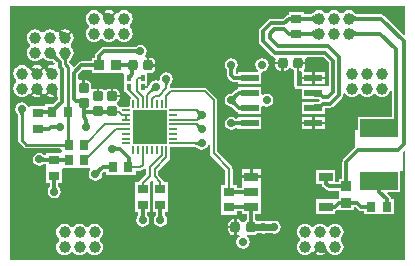
<source format=gtl>
G04*
G04 #@! TF.GenerationSoftware,Altium Limited,Altium Designer,20.1.8 (145)*
G04*
G04 Layer_Physical_Order=1*
G04 Layer_Color=255*
%FSLAX43Y43*%
%MOMM*%
G71*
G04*
G04 #@! TF.SameCoordinates,9309D788-A49E-47DC-A76E-BEEF67F4AFBA*
G04*
G04*
G04 #@! TF.FilePolarity,Positive*
G04*
G01*
G75*
%ADD11C,0.250*%
%ADD13C,0.200*%
%ADD30R,0.900X0.800*%
G04:AMPARAMS|DCode=31|XSize=0.9mm|YSize=0.8mm|CornerRadius=0.2mm|HoleSize=0mm|Usage=FLASHONLY|Rotation=270.000|XOffset=0mm|YOffset=0mm|HoleType=Round|Shape=RoundedRectangle|*
%AMROUNDEDRECTD31*
21,1,0.900,0.400,0,0,270.0*
21,1,0.500,0.800,0,0,270.0*
1,1,0.400,-0.200,-0.250*
1,1,0.400,-0.200,0.250*
1,1,0.400,0.200,0.250*
1,1,0.400,0.200,-0.250*
%
%ADD31ROUNDEDRECTD31*%
%ADD32R,0.350X0.500*%
%ADD33R,3.200X1.500*%
%ADD34R,0.850X0.850*%
%ADD35R,0.800X0.900*%
%ADD36R,1.550X0.600*%
%ADD37R,1.200X0.800*%
G04:AMPARAMS|DCode=38|XSize=0.9mm|YSize=0.8mm|CornerRadius=0.2mm|HoleSize=0mm|Usage=FLASHONLY|Rotation=0.000|XOffset=0mm|YOffset=0mm|HoleType=Round|Shape=RoundedRectangle|*
%AMROUNDEDRECTD38*
21,1,0.900,0.400,0,0,0.0*
21,1,0.500,0.800,0,0,0.0*
1,1,0.400,0.250,-0.200*
1,1,0.400,-0.250,-0.200*
1,1,0.400,-0.250,0.200*
1,1,0.400,0.250,0.200*
%
%ADD38ROUNDEDRECTD38*%
%ADD39O,0.700X0.200*%
%ADD40O,0.200X0.700*%
%ADD41R,2.900X2.900*%
%ADD42R,0.850X0.850*%
%ADD43C,0.300*%
%ADD44C,0.600*%
%ADD45C,1.000*%
%ADD46C,0.700*%
G36*
X60337Y47107D02*
X60377Y47073D01*
X60417Y47043D01*
X60458Y47017D01*
X60500Y46995D01*
X60542Y46977D01*
X60585Y46963D01*
X60629Y46953D01*
X60672Y46947D01*
X60717Y46945D01*
Y46645D01*
X60672Y46643D01*
X60629Y46637D01*
X60585Y46627D01*
X60542Y46613D01*
X60500Y46595D01*
X60458Y46573D01*
X60417Y46547D01*
X60377Y46517D01*
X60337Y46483D01*
X60297Y46445D01*
Y47145D01*
X60337Y47107D01*
D02*
G37*
G36*
X57050Y46438D02*
X57010Y46475D01*
X56969Y46509D01*
X56927Y46538D01*
X56886Y46564D01*
X56844Y46586D01*
X56801Y46603D01*
X56758Y46617D01*
X56714Y46627D01*
X56671Y46633D01*
X56626Y46635D01*
X56620Y46935D01*
X56665Y46937D01*
X56709Y46943D01*
X56752Y46953D01*
X56795Y46967D01*
X56837Y46986D01*
X56878Y47008D01*
X56918Y47034D01*
X56958Y47065D01*
X56997Y47099D01*
X57036Y47138D01*
X57050Y46438D01*
D02*
G37*
G36*
X64745Y45438D02*
X64597Y45377D01*
X62927Y47047D01*
X62811Y47125D01*
X62675Y47152D01*
X60679D01*
X60665Y47154D01*
X60640Y47160D01*
X60614Y47168D01*
X60588Y47179D01*
X60561Y47194D01*
X60532Y47211D01*
X60503Y47233D01*
X60473Y47258D01*
X60448Y47283D01*
X60439Y47294D01*
X60293Y47406D01*
X60123Y47477D01*
X59940Y47501D01*
X59757Y47477D01*
X59587Y47406D01*
X59441Y47294D01*
X59406Y47249D01*
X59204D01*
X59169Y47294D01*
X59023Y47406D01*
X58853Y47477D01*
X58670Y47501D01*
X58487Y47477D01*
X58317Y47406D01*
X58171Y47294D01*
X58136Y47249D01*
X57934D01*
X57899Y47294D01*
X57753Y47406D01*
X57583Y47477D01*
X57400Y47501D01*
X57217Y47477D01*
X57047Y47406D01*
X56901Y47294D01*
X56890Y47280D01*
X56858Y47248D01*
X56829Y47223D01*
X56801Y47201D01*
X56774Y47183D01*
X56747Y47169D01*
X56722Y47158D01*
X56696Y47150D01*
X56671Y47144D01*
X56657Y47142D01*
X56150D01*
Y47375D01*
X54850D01*
Y47132D01*
X54846D01*
X54709Y47105D01*
X54594Y47027D01*
X54352Y46786D01*
X53371D01*
X53234Y46759D01*
X53118Y46681D01*
X52444Y46007D01*
X52366Y45891D01*
X52339Y45754D01*
Y44896D01*
X52366Y44759D01*
X52444Y44643D01*
X53464Y43623D01*
X53580Y43545D01*
X53648Y43532D01*
X53730Y43466D01*
X53759Y43358D01*
X53742Y43275D01*
Y43125D01*
X54350D01*
Y43025D01*
X54450D01*
Y42367D01*
X54550D01*
X54706Y42398D01*
X54838Y42487D01*
X54914Y42600D01*
X55000Y42610D01*
X55086Y42600D01*
X55162Y42487D01*
X55294Y42398D01*
X55342Y42367D01*
Y41041D01*
X55358Y40963D01*
X55402Y40897D01*
X55468Y40853D01*
X55546Y40837D01*
X55975D01*
Y40010D01*
X57066D01*
X57100Y40003D01*
X57427D01*
X57445Y39985D01*
X57515Y39875D01*
X57445Y39765D01*
X57427Y39747D01*
X57100D01*
X57066Y39740D01*
X55975D01*
Y38740D01*
X57925D01*
Y39235D01*
X57931Y39241D01*
X58354D01*
X58491Y39268D01*
X58607Y39346D01*
X59352Y40091D01*
X59430Y40207D01*
X59457Y40344D01*
Y40443D01*
X59500Y40465D01*
X59617Y40486D01*
X59707Y40368D01*
X59853Y40256D01*
X60024Y40185D01*
X60206Y40161D01*
X60389Y40185D01*
X60559Y40256D01*
X60706Y40368D01*
X60740Y40414D01*
X60942D01*
X60977Y40368D01*
X61123Y40256D01*
X61294Y40185D01*
X61476Y40161D01*
X61659Y40185D01*
X61829Y40256D01*
X61976Y40368D01*
X62010Y40414D01*
X62212D01*
X62247Y40368D01*
X62393Y40256D01*
X62564Y40185D01*
X62746Y40161D01*
X62929Y40185D01*
X63099Y40256D01*
X63246Y40368D01*
X63358Y40514D01*
X63428Y40685D01*
X63430Y40698D01*
X63590Y40688D01*
Y38475D01*
X60700D01*
Y37375D01*
X60500D01*
Y35879D01*
X60498Y35877D01*
X59498Y34877D01*
X59420Y34762D01*
X59393Y34625D01*
Y33200D01*
X59125D01*
Y32932D01*
X58800D01*
Y33975D01*
X57200D01*
Y32775D01*
X57693D01*
X57720Y32638D01*
X57798Y32523D01*
X57998Y32323D01*
X58113Y32245D01*
X58250Y32218D01*
X59125D01*
Y31960D01*
X59125Y31950D01*
Y31800D01*
X59125Y31790D01*
Y31532D01*
X59100D01*
X58963Y31505D01*
X58951Y31496D01*
X58800Y31475D01*
X58800Y31475D01*
X58800Y31475D01*
X57200D01*
Y30275D01*
X58800D01*
Y30518D01*
X58937Y30545D01*
X58965Y30564D01*
X59125Y30550D01*
X59125Y30550D01*
X59125Y30550D01*
X60375D01*
Y30811D01*
X60535Y30815D01*
X60748Y30603D01*
X60863Y30525D01*
X61000Y30498D01*
X61250D01*
Y30205D01*
X62390D01*
X62550Y30205D01*
X62610Y30205D01*
X63750D01*
Y31505D01*
X63501D01*
X63480Y31612D01*
X63402Y31727D01*
X63202Y31927D01*
X63264Y32075D01*
X64300D01*
Y33875D01*
X64500D01*
Y35532D01*
X64597Y35610D01*
X64745Y35545D01*
Y26380D01*
X31255D01*
Y28125D01*
Y47870D01*
X64745D01*
Y45438D01*
D02*
G37*
G36*
X60337Y45837D02*
X60377Y45803D01*
X60417Y45773D01*
X60458Y45747D01*
X60500Y45725D01*
X60542Y45707D01*
X60585Y45693D01*
X60629Y45683D01*
X60672Y45677D01*
X60717Y45675D01*
Y45375D01*
X60672Y45373D01*
X60629Y45367D01*
X60585Y45357D01*
X60542Y45343D01*
X60500Y45325D01*
X60458Y45303D01*
X60417Y45277D01*
X60377Y45247D01*
X60337Y45213D01*
X60297Y45175D01*
Y45875D01*
X60337Y45837D01*
D02*
G37*
G36*
X57061Y45158D02*
X57019Y45194D01*
X56977Y45227D01*
X56935Y45256D01*
X56892Y45281D01*
X56849Y45302D01*
X56806Y45319D01*
X56763Y45333D01*
X56719Y45342D01*
X56676Y45348D01*
X56632Y45350D01*
X56616Y45650D01*
X56661Y45652D01*
X56705Y45658D01*
X56748Y45669D01*
X56790Y45683D01*
X56832Y45702D01*
X56872Y45724D01*
X56912Y45751D01*
X56951Y45782D01*
X56989Y45817D01*
X57026Y45857D01*
X57061Y45158D01*
D02*
G37*
G36*
X58243Y43077D02*
Y41041D01*
X55546D01*
Y42367D01*
X55550D01*
Y43025D01*
X55650D01*
Y43125D01*
X56258D01*
Y43275D01*
X56249Y43318D01*
X56391Y43518D01*
X57802D01*
X58243Y43077D01*
D02*
G37*
%LPC*%
G36*
X40940Y47501D02*
X40757Y47477D01*
X40587Y47406D01*
X40441Y47294D01*
X40406Y47249D01*
X40265D01*
X39741Y46724D01*
X39599Y46866D01*
X40089Y47356D01*
X40023Y47406D01*
X39853Y47477D01*
X39670Y47501D01*
X39487Y47477D01*
X39317Y47406D01*
X39224Y47335D01*
X39242Y47327D01*
X39285Y47314D01*
X39332Y47303D01*
X39383Y47295D01*
X39438Y47290D01*
X39498Y47288D01*
X39629Y47293D01*
X39171Y46764D01*
X39165Y46832D01*
X39147Y46953D01*
X39134Y47007D01*
X39119Y47057D01*
X39102Y47102D01*
X39082Y47142D01*
X39059Y47178D01*
X39035Y47210D01*
X39007Y47236D01*
X39018Y47249D01*
X38934D01*
X38899Y47294D01*
X38753Y47406D01*
X38583Y47477D01*
X38400Y47501D01*
X38217Y47477D01*
X38047Y47406D01*
X37901Y47294D01*
X37789Y47148D01*
X37718Y46978D01*
X37694Y46795D01*
X37718Y46612D01*
X37789Y46442D01*
X37901Y46296D01*
X37946Y46261D01*
Y46059D01*
X37901Y46024D01*
X37789Y45878D01*
X37718Y45708D01*
X37694Y45525D01*
X37718Y45342D01*
X37789Y45172D01*
X37901Y45026D01*
X38047Y44914D01*
X38217Y44843D01*
X38400Y44819D01*
X38583Y44843D01*
X38753Y44914D01*
X38899Y45026D01*
X38934Y45071D01*
X39136D01*
X39171Y45026D01*
X39317Y44914D01*
X39487Y44843D01*
X39670Y44819D01*
X39853Y44843D01*
X40023Y44914D01*
X40169Y45026D01*
X40204Y45071D01*
X40406D01*
X40441Y45026D01*
X40587Y44914D01*
X40757Y44843D01*
X40940Y44819D01*
X41123Y44843D01*
X41293Y44914D01*
X41439Y45026D01*
X41551Y45172D01*
X41622Y45342D01*
X41646Y45525D01*
X41622Y45708D01*
X41551Y45878D01*
X41439Y46024D01*
X41394Y46059D01*
Y46261D01*
X41439Y46296D01*
X41551Y46442D01*
X41622Y46612D01*
X41646Y46795D01*
X41622Y46978D01*
X41551Y47148D01*
X41439Y47294D01*
X41293Y47406D01*
X41123Y47477D01*
X40940Y47501D01*
D02*
G37*
G36*
X35940Y45881D02*
X35757Y45857D01*
X35587Y45786D01*
X35557Y45763D01*
X35575Y45753D01*
X35616Y45734D01*
X35662Y45718D01*
X35712Y45704D01*
X35766Y45693D01*
X35825Y45684D01*
X35956Y45675D01*
X35441Y45201D01*
X35443Y45269D01*
X35438Y45392D01*
X35432Y45447D01*
X35423Y45498D01*
X35410Y45544D01*
X35395Y45587D01*
X35377Y45625D01*
X35374Y45629D01*
X35204D01*
X35169Y45674D01*
X35023Y45786D01*
X34853Y45857D01*
X34670Y45881D01*
X34487Y45857D01*
X34317Y45786D01*
X34171Y45674D01*
X34136Y45629D01*
X33934D01*
X33899Y45674D01*
X33753Y45786D01*
X33583Y45857D01*
X33400Y45881D01*
X33217Y45857D01*
X33047Y45786D01*
X32901Y45674D01*
X32789Y45528D01*
X32718Y45358D01*
X32694Y45175D01*
X32718Y44992D01*
X32789Y44822D01*
X32901Y44676D01*
X32946Y44641D01*
Y44439D01*
X32901Y44404D01*
X32789Y44258D01*
X32718Y44088D01*
X32694Y43905D01*
X32718Y43722D01*
X32789Y43552D01*
X32901Y43406D01*
X33047Y43294D01*
X33217Y43223D01*
X33400Y43199D01*
X33583Y43223D01*
X33753Y43294D01*
X33899Y43406D01*
X33934Y43451D01*
X34136D01*
X34171Y43406D01*
X34317Y43294D01*
X34487Y43223D01*
X34670Y43199D01*
X34685Y43201D01*
X34720Y43200D01*
X34759Y43197D01*
X34794Y43192D01*
X34827Y43184D01*
X34856Y43175D01*
X34883Y43165D01*
X34907Y43152D01*
X34929Y43138D01*
X34941Y43130D01*
X35029Y43042D01*
X35036Y43016D01*
X34999Y42848D01*
X34948Y42823D01*
X34794Y42843D01*
X34612Y42819D01*
X34441Y42749D01*
X34368Y42693D01*
X34385Y42684D01*
X34428Y42669D01*
X34474Y42656D01*
X34525Y42647D01*
X34580Y42640D01*
X34639Y42636D01*
X34771Y42637D01*
X34294Y42124D01*
X34291Y42192D01*
X34277Y42314D01*
X34266Y42368D01*
X34253Y42418D01*
X34237Y42464D01*
X34218Y42505D01*
X34197Y42542D01*
X34174Y42574D01*
X34157Y42591D01*
X34119D01*
X33595Y42067D01*
X33454Y42208D01*
X33943Y42698D01*
X33877Y42749D01*
X33707Y42819D01*
X33524Y42843D01*
X33342Y42819D01*
X33171Y42749D01*
X33087Y42684D01*
X33115Y42665D01*
X33148Y42647D01*
X33182Y42632D01*
X33216Y42621D01*
X33252Y42614D01*
X33290Y42611D01*
X33328Y42611D01*
X33367Y42616D01*
X33408Y42624D01*
X33031Y42219D01*
X33036Y42260D01*
X33038Y42300D01*
X33035Y42338D01*
X33029Y42375D01*
X33020Y42410D01*
X33007Y42444D01*
X32990Y42477D01*
X32969Y42508D01*
X32945Y42538D01*
X32917Y42567D01*
X32940Y42591D01*
X32788D01*
X32754Y42637D01*
X32607Y42749D01*
X32437Y42819D01*
X32254Y42843D01*
X32072Y42819D01*
X31901Y42749D01*
X31755Y42637D01*
X31643Y42490D01*
X31572Y42320D01*
X31548Y42137D01*
X31572Y41955D01*
X31643Y41784D01*
X31755Y41638D01*
X31801Y41603D01*
Y41401D01*
X31755Y41367D01*
X31643Y41220D01*
X31572Y41050D01*
X31548Y40867D01*
X31572Y40685D01*
X31643Y40514D01*
X31755Y40368D01*
X31901Y40256D01*
X32072Y40185D01*
X32254Y40161D01*
X32437Y40185D01*
X32607Y40256D01*
X32754Y40368D01*
X32788Y40414D01*
X32929D01*
X33454Y40938D01*
X33595Y40797D01*
X33105Y40307D01*
X33171Y40256D01*
X33342Y40185D01*
X33524Y40161D01*
X33707Y40185D01*
X33862Y40250D01*
X33830Y40274D01*
X33793Y40296D01*
X33752Y40315D01*
X33708Y40332D01*
X33661Y40345D01*
X33610Y40356D01*
X33555Y40363D01*
X33498Y40368D01*
X34014Y40766D01*
X34004Y40709D01*
X33997Y40654D01*
X33994Y40602D01*
X33995Y40553D01*
X34000Y40506D01*
X34008Y40462D01*
X34021Y40421D01*
X34035Y40384D01*
X34058Y40414D01*
X34199D01*
X34724Y40938D01*
X34865Y40797D01*
X34375Y40307D01*
X34441Y40256D01*
X34612Y40185D01*
X34794Y40161D01*
X34977Y40185D01*
X35020Y40203D01*
X35005Y40218D01*
X34970Y40246D01*
X34930Y40273D01*
X34885Y40298D01*
X34835Y40323D01*
X34780Y40345D01*
X34656Y40387D01*
X35272Y40719D01*
X35253Y40654D01*
X35227Y40534D01*
X35220Y40479D01*
X35216Y40427D01*
X35217Y40379D01*
X35221Y40334D01*
X35229Y40292D01*
X35241Y40254D01*
X35257Y40219D01*
X35234Y40207D01*
X35286Y40188D01*
X35287Y40187D01*
Y39892D01*
X34945Y39550D01*
X34250D01*
Y39375D01*
X32950D01*
Y39267D01*
X32790Y39251D01*
X32772Y39340D01*
X32651Y39522D01*
X32469Y39643D01*
X32254Y39686D01*
X32040Y39643D01*
X31858Y39522D01*
X31736Y39340D01*
X31693Y39125D01*
X31736Y38910D01*
X31858Y38728D01*
X31882Y38712D01*
X31889Y38704D01*
X31898Y38691D01*
X31905Y38678D01*
X31911Y38666D01*
X31916Y38653D01*
X31920Y38638D01*
X31923Y38623D01*
X31923Y38621D01*
Y36517D01*
X31948Y36390D01*
X32020Y36283D01*
X32412Y35891D01*
X32520Y35819D01*
X32646Y35794D01*
X35537D01*
X35650Y35681D01*
X35650Y35475D01*
X35531Y35375D01*
X34350D01*
Y35313D01*
X34312Y35281D01*
X34147Y35272D01*
X33965Y35393D01*
X33750Y35436D01*
X33535Y35393D01*
X33353Y35272D01*
X33232Y35090D01*
X33189Y34875D01*
X33232Y34660D01*
X33353Y34478D01*
X33535Y34357D01*
X33750Y34314D01*
X33965Y34357D01*
X34143Y34476D01*
X34149Y34479D01*
X34162Y34483D01*
X34177Y34487D01*
X34195Y34491D01*
X34350Y34440D01*
X34350Y34075D01*
X34350Y34015D01*
Y32875D01*
X34643D01*
Y32602D01*
X34641Y32586D01*
X34637Y32570D01*
X34633Y32557D01*
X34629Y32546D01*
X34625Y32538D01*
X34623Y32534D01*
X34603Y32522D01*
X34482Y32340D01*
X34439Y32125D01*
X34482Y31910D01*
X34603Y31728D01*
X34785Y31607D01*
X35000Y31564D01*
X35215Y31607D01*
X35397Y31728D01*
X35518Y31910D01*
X35561Y32125D01*
X35518Y32340D01*
X35397Y32522D01*
X35377Y32534D01*
X35375Y32538D01*
X35371Y32546D01*
X35367Y32557D01*
X35363Y32570D01*
X35359Y32586D01*
X35357Y32602D01*
Y32875D01*
X35650D01*
Y34015D01*
X35650Y34075D01*
X35769Y34175D01*
X36790D01*
X36950Y34175D01*
X37010Y34175D01*
X38019D01*
X38020Y34175D01*
X38020D01*
X38045Y34175D01*
X38072Y34103D01*
Y34103D01*
X38072Y34103D01*
X38072D01*
X38053Y33945D01*
X37982Y33840D01*
X37939Y33625D01*
X37982Y33410D01*
X38103Y33228D01*
X38285Y33107D01*
X38500Y33064D01*
X38715Y33107D01*
X38897Y33228D01*
X39018Y33410D01*
X39061Y33625D01*
X39056Y33648D01*
X39057Y33652D01*
X39060Y33661D01*
X39065Y33671D01*
X39071Y33683D01*
X39080Y33697D01*
X39090Y33710D01*
X39231Y33851D01*
X39391Y33828D01*
Y33575D01*
X40531D01*
X40691Y33575D01*
X40751Y33575D01*
X41891D01*
Y33919D01*
X42300D01*
X42300Y33919D01*
X42417Y33942D01*
X42516Y34009D01*
X42634Y34127D01*
X42794Y34060D01*
Y33602D01*
X42284Y33091D01*
X42217Y32992D01*
X42204Y32925D01*
X41850D01*
Y31785D01*
X41850Y31625D01*
X41850Y31565D01*
Y30425D01*
X42143D01*
Y30202D01*
X42141Y30186D01*
X42137Y30170D01*
X42133Y30157D01*
X42129Y30146D01*
X42125Y30138D01*
X42123Y30134D01*
X42103Y30122D01*
X41982Y29940D01*
X41939Y29725D01*
X41982Y29510D01*
X42103Y29328D01*
X42285Y29207D01*
X42500Y29164D01*
X42715Y29207D01*
X42897Y29328D01*
X43018Y29510D01*
X43061Y29725D01*
X43018Y29940D01*
X42897Y30122D01*
X42877Y30134D01*
X42875Y30138D01*
X42871Y30146D01*
X42867Y30157D01*
X42863Y30170D01*
X42859Y30186D01*
X42857Y30202D01*
Y30425D01*
X43150D01*
Y31565D01*
X43150Y31725D01*
X43150Y31785D01*
Y32925D01*
X43150D01*
X43135Y32960D01*
X43246Y33108D01*
X43261Y33108D01*
X43368Y32947D01*
X43358Y32925D01*
X43350D01*
Y31785D01*
X43350Y31625D01*
X43350Y31565D01*
Y30425D01*
X43643D01*
Y30202D01*
X43641Y30186D01*
X43637Y30170D01*
X43633Y30157D01*
X43629Y30146D01*
X43625Y30138D01*
X43623Y30134D01*
X43603Y30122D01*
X43482Y29940D01*
X43439Y29725D01*
X43482Y29510D01*
X43603Y29328D01*
X43785Y29207D01*
X44000Y29164D01*
X44215Y29207D01*
X44397Y29328D01*
X44518Y29510D01*
X44561Y29725D01*
X44518Y29940D01*
X44397Y30122D01*
X44377Y30134D01*
X44375Y30138D01*
X44371Y30146D01*
X44367Y30157D01*
X44363Y30170D01*
X44359Y30186D01*
X44357Y30202D01*
Y30425D01*
X44650D01*
Y31565D01*
X44650Y31725D01*
X44650Y31785D01*
Y32925D01*
X44306D01*
X44306Y32925D01*
X44283Y33042D01*
X44216Y33141D01*
X43806Y33552D01*
Y33908D01*
X44716Y34818D01*
X44716Y34818D01*
X44783Y34917D01*
X44806Y35034D01*
Y35765D01*
X44823Y35902D01*
X44960Y35919D01*
X46967D01*
X46970Y35919D01*
X46982Y35916D01*
X46994Y35912D01*
X47008Y35905D01*
X47023Y35897D01*
X47040Y35887D01*
X47058Y35873D01*
X47077Y35857D01*
X47078Y35855D01*
X47096Y35828D01*
X47278Y35707D01*
X47493Y35664D01*
X47707Y35707D01*
X47889Y35828D01*
X48011Y36010D01*
X48034Y36127D01*
X48194Y36112D01*
Y35375D01*
X48194Y35375D01*
X48217Y35258D01*
X48284Y35159D01*
X49508Y33934D01*
Y32701D01*
X49164D01*
Y31561D01*
X49164Y31401D01*
X49164Y31341D01*
Y30201D01*
X50464D01*
Y30471D01*
X50900D01*
Y30275D01*
X51293D01*
Y29751D01*
X51162Y29663D01*
X51086Y29550D01*
X51000Y29540D01*
X50914Y29550D01*
X50838Y29663D01*
X50706Y29752D01*
X50550Y29783D01*
X50450D01*
Y29125D01*
Y28467D01*
X50550D01*
X50633Y28484D01*
X50695Y28333D01*
X50603Y28272D01*
X50482Y28090D01*
X50439Y27875D01*
X50482Y27660D01*
X50603Y27478D01*
X50785Y27357D01*
X51000Y27314D01*
X51215Y27357D01*
X51397Y27478D01*
X51518Y27660D01*
X51561Y27875D01*
X51518Y28090D01*
X51397Y28272D01*
X51305Y28333D01*
X51367Y28484D01*
X51450Y28467D01*
X51850D01*
X52006Y28498D01*
X52138Y28587D01*
X52151Y28605D01*
X52488D01*
X52501Y28597D01*
X52715Y28554D01*
X52930Y28597D01*
X52942Y28605D01*
X53442D01*
X53616Y28570D01*
X53830Y28613D01*
X54012Y28735D01*
X54134Y28917D01*
X54177Y29131D01*
X54134Y29346D01*
X54012Y29528D01*
X53830Y29649D01*
X53616Y29692D01*
X53401Y29649D01*
X53364Y29625D01*
X52942D01*
X52930Y29633D01*
X52715Y29676D01*
X52501Y29633D01*
X52488Y29625D01*
X52164D01*
X52138Y29663D01*
X52007Y29751D01*
Y30275D01*
X52500D01*
Y31385D01*
X52500Y31475D01*
X52500Y31635D01*
Y32655D01*
X52500Y32745D01*
X52500Y32905D01*
Y33315D01*
X51700D01*
X50900D01*
Y32905D01*
X50900Y32815D01*
X50900Y32655D01*
Y32482D01*
X50464D01*
Y32701D01*
X50120D01*
Y34061D01*
X50120Y34061D01*
X50097Y34178D01*
X50031Y34277D01*
X48806Y35502D01*
Y39875D01*
X48806Y39875D01*
X48783Y39992D01*
X48716Y40091D01*
X47966Y40841D01*
X47867Y40908D01*
X47750Y40931D01*
X47750Y40931D01*
X44875D01*
X44875Y40931D01*
X44806Y40988D01*
Y41149D01*
X44806Y41152D01*
X44809Y41164D01*
X44813Y41176D01*
X44820Y41190D01*
X44828Y41206D01*
X44838Y41222D01*
X44852Y41240D01*
X44868Y41259D01*
X44869Y41260D01*
X44897Y41278D01*
X45018Y41460D01*
X45061Y41675D01*
X45018Y41890D01*
X44897Y42072D01*
X44715Y42193D01*
X44500Y42236D01*
X44285Y42193D01*
X44103Y42072D01*
X43982Y41890D01*
X43939Y41675D01*
X43944Y41652D01*
X43870Y41588D01*
X43802Y41546D01*
X43604Y41586D01*
X43389Y41543D01*
X43207Y41422D01*
X43086Y41240D01*
X43050Y41060D01*
X43001Y41029D01*
X42875Y41079D01*
Y42167D01*
X43150D01*
X43306Y42198D01*
X43438Y42287D01*
X43527Y42419D01*
X43558Y42575D01*
Y42725D01*
X42950D01*
Y42825D01*
X42850D01*
Y43483D01*
X42767D01*
X42736Y43521D01*
X42722Y43559D01*
X42702Y43636D01*
X42818Y43810D01*
X42861Y44025D01*
X42818Y44240D01*
X42697Y44422D01*
X42515Y44543D01*
X42300Y44586D01*
X42085Y44543D01*
X41903Y44422D01*
X41891Y44402D01*
X41887Y44400D01*
X41879Y44396D01*
X41868Y44392D01*
X41855Y44388D01*
X41839Y44384D01*
X41823Y44382D01*
X39200D01*
X39063Y44355D01*
X38948Y44277D01*
X38573Y43902D01*
X38495Y43786D01*
X38468Y43650D01*
Y43450D01*
X38200D01*
Y43182D01*
X37317D01*
X37181Y43155D01*
X37065Y43077D01*
X36674Y42686D01*
X36524Y42763D01*
X36506Y42854D01*
X36434Y42962D01*
X36271Y43125D01*
Y43147D01*
X36274Y43161D01*
X36280Y43184D01*
X36289Y43209D01*
X36302Y43236D01*
X36319Y43265D01*
X36339Y43294D01*
X36399Y43368D01*
X36427Y43397D01*
X36439Y43406D01*
X36551Y43552D01*
X36622Y43722D01*
X36646Y43905D01*
X36622Y44088D01*
X36551Y44258D01*
X36439Y44404D01*
X36394Y44439D01*
Y44641D01*
X36439Y44676D01*
X36551Y44822D01*
X36622Y44992D01*
X36646Y45175D01*
X36622Y45358D01*
X36551Y45528D01*
X36501Y45594D01*
X36011Y45104D01*
X35869Y45246D01*
X36359Y45736D01*
X36293Y45786D01*
X36123Y45857D01*
X35940Y45881D01*
D02*
G37*
G36*
X43150Y43483D02*
X43050D01*
Y42925D01*
X43558D01*
Y43075D01*
X43527Y43231D01*
X43438Y43363D01*
X43306Y43452D01*
X43150Y43483D01*
D02*
G37*
G36*
X54250Y42925D02*
X53742D01*
Y42775D01*
X53773Y42619D01*
X53862Y42487D01*
X53994Y42398D01*
X54150Y42367D01*
X54250D01*
Y42925D01*
D02*
G37*
G36*
X52608Y43436D02*
X52393Y43393D01*
X52211Y43272D01*
X52089Y43090D01*
X52047Y42875D01*
X52089Y42660D01*
X52211Y42478D01*
X52269Y42440D01*
X52220Y42280D01*
X50575D01*
Y42137D01*
X50411D01*
X50357Y42191D01*
Y42398D01*
X50359Y42414D01*
X50363Y42430D01*
X50367Y42443D01*
X50371Y42454D01*
X50375Y42462D01*
X50377Y42466D01*
X50397Y42478D01*
X50518Y42660D01*
X50561Y42875D01*
X50518Y43090D01*
X50397Y43272D01*
X50215Y43393D01*
X50000Y43436D01*
X49785Y43393D01*
X49603Y43272D01*
X49482Y43090D01*
X49439Y42875D01*
X49482Y42660D01*
X49603Y42478D01*
X49623Y42466D01*
X49625Y42462D01*
X49629Y42454D01*
X49633Y42443D01*
X49637Y42430D01*
X49641Y42414D01*
X49643Y42398D01*
Y42043D01*
X49670Y41906D01*
X49748Y41791D01*
X50011Y41528D01*
X50126Y41450D01*
X50263Y41423D01*
X50575D01*
Y41280D01*
X52525D01*
Y42168D01*
X52602Y42305D01*
X52666Y42326D01*
X52822Y42357D01*
X53004Y42478D01*
X53126Y42660D01*
X53168Y42875D01*
X53126Y43090D01*
X53004Y43272D01*
X52822Y43393D01*
X52608Y43436D01*
D02*
G37*
G36*
X52525Y41010D02*
X50575D01*
Y40856D01*
X50491Y40840D01*
X50375Y40762D01*
X50085Y40472D01*
X50072Y40462D01*
X50058Y40454D01*
X50046Y40447D01*
X50036Y40442D01*
X50027Y40439D01*
X50023Y40438D01*
X50000Y40443D01*
X49785Y40400D01*
X49603Y40279D01*
X49482Y40097D01*
X49439Y39882D01*
X49482Y39668D01*
X49603Y39486D01*
X49785Y39364D01*
X50000Y39321D01*
X50023Y39326D01*
X50027Y39325D01*
X50036Y39322D01*
X50046Y39317D01*
X50058Y39311D01*
X50072Y39302D01*
X50085Y39292D01*
X50390Y38988D01*
X50506Y38910D01*
X50575Y38897D01*
Y38740D01*
X52525D01*
Y39341D01*
X52685Y39426D01*
X52778Y39364D01*
X52993Y39321D01*
X53207Y39364D01*
X53389Y39486D01*
X53511Y39668D01*
X53554Y39882D01*
X53511Y40097D01*
X53389Y40279D01*
X53207Y40400D01*
X52993Y40443D01*
X52778Y40400D01*
X52685Y40338D01*
X52525Y40424D01*
Y41010D01*
D02*
G37*
G36*
X57925Y38470D02*
X57050D01*
Y38070D01*
X57925D01*
Y38470D01*
D02*
G37*
G36*
X56850D02*
X55975D01*
Y38070D01*
X56850D01*
Y38470D01*
D02*
G37*
G36*
X57925Y37870D02*
X57050D01*
Y37470D01*
X57925D01*
Y37870D01*
D02*
G37*
G36*
X56850D02*
X55975D01*
Y37470D01*
X56850D01*
Y37870D01*
D02*
G37*
G36*
X50000Y38486D02*
X49785Y38443D01*
X49603Y38322D01*
X49482Y38140D01*
X49439Y37925D01*
X49482Y37710D01*
X49603Y37528D01*
X49785Y37407D01*
X50000Y37364D01*
X50215Y37407D01*
X50397Y37528D01*
X50428Y37522D01*
X50575Y37470D01*
X50575Y37470D01*
X50575Y37470D01*
X52525D01*
Y38470D01*
X50575D01*
Y38410D01*
X50536Y38379D01*
X50397Y38322D01*
X50215Y38443D01*
X50000Y38486D01*
D02*
G37*
G36*
X52500Y34015D02*
X51800D01*
Y33515D01*
X52500D01*
Y34015D01*
D02*
G37*
G36*
X51600D02*
X50900D01*
Y33515D01*
X51600D01*
Y34015D01*
D02*
G37*
G36*
X50250Y29783D02*
X50150D01*
X49994Y29752D01*
X49862Y29663D01*
X49773Y29531D01*
X49742Y29375D01*
Y29225D01*
X50250D01*
Y29783D01*
D02*
G37*
G36*
X38420Y29431D02*
X38237Y29407D01*
X38067Y29336D01*
X37921Y29224D01*
X37886Y29179D01*
X37684D01*
X37649Y29224D01*
X37503Y29336D01*
X37333Y29407D01*
X37150Y29431D01*
X36967Y29407D01*
X36797Y29336D01*
X36651Y29224D01*
X36616Y29179D01*
X36414D01*
X36379Y29224D01*
X36233Y29336D01*
X36063Y29407D01*
X35880Y29431D01*
X35697Y29407D01*
X35527Y29336D01*
X35381Y29224D01*
X35269Y29078D01*
X35198Y28908D01*
X35174Y28725D01*
X35198Y28542D01*
X35269Y28372D01*
X35381Y28226D01*
X35426Y28191D01*
Y27989D01*
X35381Y27954D01*
X35269Y27808D01*
X35198Y27638D01*
X35174Y27455D01*
X35198Y27272D01*
X35269Y27102D01*
X35381Y26956D01*
X35527Y26844D01*
X35697Y26773D01*
X35880Y26749D01*
X36063Y26773D01*
X36233Y26844D01*
X36379Y26956D01*
X36414Y27001D01*
X36616D01*
X36651Y26956D01*
X36797Y26844D01*
X36967Y26773D01*
X37150Y26749D01*
X37333Y26773D01*
X37503Y26844D01*
X37649Y26956D01*
X37684Y27001D01*
X37886D01*
X37921Y26956D01*
X38067Y26844D01*
X38237Y26773D01*
X38420Y26749D01*
X38603Y26773D01*
X38773Y26844D01*
X38919Y26956D01*
X39031Y27102D01*
X39102Y27272D01*
X39126Y27455D01*
X39102Y27638D01*
X39031Y27808D01*
X38919Y27954D01*
X38874Y27989D01*
Y28191D01*
X38919Y28226D01*
X39031Y28372D01*
X39102Y28542D01*
X39126Y28725D01*
X39102Y28908D01*
X39031Y29078D01*
X38919Y29224D01*
X38773Y29336D01*
X38603Y29407D01*
X38420Y29431D01*
D02*
G37*
G36*
X58795D02*
X58612Y29407D01*
X58442Y29336D01*
X58296Y29224D01*
X58261Y29179D01*
X58059D01*
X58024Y29224D01*
X57878Y29336D01*
X57708Y29407D01*
X57525Y29431D01*
X57342Y29407D01*
X57172Y29336D01*
X57026Y29224D01*
X56991Y29179D01*
X56789D01*
X56754Y29224D01*
X56608Y29336D01*
X56438Y29407D01*
X56255Y29431D01*
X56072Y29407D01*
X55902Y29336D01*
X55756Y29224D01*
X55644Y29078D01*
X55573Y28908D01*
X55549Y28725D01*
X55573Y28542D01*
X55644Y28372D01*
X55756Y28226D01*
X55801Y28191D01*
Y27989D01*
X55756Y27954D01*
X55644Y27808D01*
X55573Y27638D01*
X55549Y27455D01*
X55573Y27272D01*
X55644Y27102D01*
X55756Y26956D01*
X55902Y26844D01*
X56072Y26773D01*
X56255Y26749D01*
X56438Y26773D01*
X56608Y26844D01*
X56754Y26956D01*
X56789Y27001D01*
X56930D01*
X57454Y27526D01*
X57596Y27384D01*
X57106Y26894D01*
X57172Y26844D01*
X57342Y26773D01*
X57525Y26749D01*
X57708Y26773D01*
X57878Y26844D01*
X57990Y26930D01*
X57971Y26938D01*
X57928Y26950D01*
X57880Y26959D01*
X57829Y26965D01*
X57773Y26968D01*
X57714Y26968D01*
X57583Y26958D01*
X58023Y27503D01*
X58031Y27436D01*
X58053Y27315D01*
X58068Y27261D01*
X58084Y27212D01*
X58104Y27168D01*
X58125Y27128D01*
X58148Y27093D01*
X58174Y27063D01*
X58202Y27037D01*
X58174Y27001D01*
X58261D01*
X58296Y26956D01*
X58442Y26844D01*
X58612Y26773D01*
X58795Y26749D01*
X58978Y26773D01*
X59148Y26844D01*
X59294Y26956D01*
X59406Y27102D01*
X59477Y27272D01*
X59501Y27455D01*
X59477Y27638D01*
X59406Y27808D01*
X59294Y27954D01*
X59249Y27989D01*
Y28191D01*
X59294Y28226D01*
X59406Y28372D01*
X59477Y28542D01*
X59501Y28725D01*
X59477Y28908D01*
X59406Y29078D01*
X59294Y29224D01*
X59148Y29336D01*
X58978Y29407D01*
X58795Y29431D01*
D02*
G37*
G36*
X50250Y29025D02*
X49742D01*
Y28875D01*
X49773Y28719D01*
X49862Y28587D01*
X49994Y28498D01*
X50150Y28467D01*
X50250D01*
Y29025D01*
D02*
G37*
%LPD*%
G36*
X42050Y43780D02*
X42031Y43798D01*
X42009Y43814D01*
X41986Y43828D01*
X41961Y43841D01*
X41934Y43851D01*
X41906Y43860D01*
X41876Y43866D01*
X41843Y43871D01*
X41810Y43874D01*
X41774Y43875D01*
Y44175D01*
X41810Y44176D01*
X41843Y44179D01*
X41876Y44184D01*
X41906Y44190D01*
X41934Y44199D01*
X41961Y44209D01*
X41986Y44222D01*
X42009Y44236D01*
X42031Y44252D01*
X42050Y44270D01*
Y43780D01*
D02*
G37*
G36*
X35171Y43845D02*
X35175Y43793D01*
X35183Y43743D01*
X35194Y43695D01*
X35207Y43650D01*
X35225Y43608D01*
X35245Y43568D01*
X35269Y43530D01*
X35295Y43495D01*
X35325Y43462D01*
X35113Y43250D01*
X35080Y43280D01*
X35045Y43306D01*
X35007Y43330D01*
X34967Y43350D01*
X34925Y43368D01*
X34880Y43382D01*
X34832Y43392D01*
X34782Y43400D01*
X34730Y43404D01*
X34675Y43405D01*
X35170Y43900D01*
X35171Y43845D01*
D02*
G37*
G36*
X36247Y43504D02*
X36175Y43417D01*
X36146Y43374D01*
X36121Y43331D01*
X36101Y43288D01*
X36085Y43246D01*
X36074Y43204D01*
X36067Y43162D01*
X36065Y43121D01*
X35815D01*
X35813Y43162D01*
X35806Y43204D01*
X35795Y43246D01*
X35779Y43288D01*
X35759Y43331D01*
X35734Y43374D01*
X35705Y43417D01*
X35671Y43460D01*
X35633Y43504D01*
X35590Y43548D01*
X36290D01*
X36247Y43504D01*
D02*
G37*
G36*
X44717Y41397D02*
X44693Y41368D01*
X44671Y41339D01*
X44652Y41310D01*
X44636Y41280D01*
X44623Y41250D01*
X44613Y41221D01*
X44606Y41190D01*
X44601Y41160D01*
X44600Y41130D01*
X44400D01*
X44399Y41160D01*
X44394Y41190D01*
X44387Y41221D01*
X44377Y41250D01*
X44364Y41280D01*
X44348Y41310D01*
X44329Y41339D01*
X44307Y41368D01*
X44283Y41397D01*
X44255Y41425D01*
X44745D01*
X44717Y41397D01*
D02*
G37*
G36*
X43600Y40675D02*
X43561Y40674D01*
X43523Y40671D01*
X43487Y40666D01*
X43453Y40659D01*
X43421Y40649D01*
X43391Y40638D01*
X43362Y40624D01*
X43336Y40608D01*
X43311Y40589D01*
X43289Y40569D01*
X43147Y40710D01*
X43168Y40733D01*
X43186Y40757D01*
X43202Y40784D01*
X43216Y40812D01*
X43228Y40842D01*
X43238Y40874D01*
X43245Y40908D01*
X43250Y40944D01*
X43253Y40982D01*
X43254Y41021D01*
X43600Y40675D01*
D02*
G37*
G36*
X38200Y42200D02*
X39450D01*
Y42200D01*
X39600D01*
Y42200D01*
X40775D01*
X40850Y42200D01*
X40925Y42071D01*
Y41325D01*
Y40575D01*
X41121D01*
X41159Y40519D01*
X41495Y40182D01*
X41484Y40066D01*
X41417Y39967D01*
X41394Y39850D01*
Y39485D01*
X41377Y39348D01*
X41240Y39331D01*
X40875D01*
X40758Y39308D01*
X40698Y39267D01*
X40552Y39300D01*
X40518Y39319D01*
X40438Y39438D01*
X40325Y39514D01*
X40315Y39600D01*
X40325Y39686D01*
X40438Y39762D01*
X40527Y39894D01*
X40558Y40050D01*
Y40150D01*
X39900D01*
Y40250D01*
X39800D01*
Y40858D01*
X39650D01*
X39494Y40827D01*
X39409Y40770D01*
X39300Y40750D01*
X39191Y40770D01*
X39106Y40827D01*
X38950Y40858D01*
X38800D01*
Y40250D01*
X38600D01*
Y40858D01*
X38450D01*
X38318Y40832D01*
X38246Y40862D01*
X38158Y40928D01*
Y41150D01*
X38127Y41306D01*
X38038Y41438D01*
X37906Y41527D01*
X37750Y41558D01*
X37600D01*
Y40950D01*
X37400D01*
Y41558D01*
X37250D01*
X37217Y41551D01*
X37057Y41680D01*
Y42060D01*
X37465Y42468D01*
X38200D01*
Y42200D01*
D02*
G37*
G36*
X47208Y39061D02*
X47232Y39042D01*
X47259Y39026D01*
X47287Y39012D01*
X47317Y39001D01*
X47349Y38991D01*
X47383Y38984D01*
X47419Y38979D01*
X47457Y38976D01*
X47496Y38975D01*
X47150Y38629D01*
X47149Y38668D01*
X47146Y38706D01*
X47141Y38742D01*
X47134Y38776D01*
X47124Y38808D01*
X47113Y38838D01*
X47099Y38866D01*
X47083Y38893D01*
X47064Y38917D01*
X47044Y38940D01*
X47185Y39081D01*
X47208Y39061D01*
D02*
G37*
G36*
X32476Y38851D02*
X32456Y38826D01*
X32438Y38800D01*
X32422Y38773D01*
X32409Y38744D01*
X32398Y38715D01*
X32390Y38685D01*
X32384Y38654D01*
X32380Y38621D01*
X32379Y38588D01*
X32129D01*
X32128Y38621D01*
X32124Y38654D01*
X32118Y38685D01*
X32110Y38715D01*
X32099Y38744D01*
X32086Y38773D01*
X32070Y38800D01*
X32052Y38826D01*
X32032Y38851D01*
X32009Y38875D01*
X32499D01*
X32476Y38851D01*
D02*
G37*
G36*
X47496Y38275D02*
X47457Y38274D01*
X47419Y38271D01*
X47383Y38266D01*
X47349Y38259D01*
X47317Y38249D01*
X47287Y38238D01*
X47259Y38224D01*
X47232Y38208D01*
X47208Y38189D01*
X47185Y38169D01*
X47044Y38310D01*
X47064Y38333D01*
X47083Y38357D01*
X47099Y38384D01*
X47113Y38412D01*
X47124Y38442D01*
X47134Y38474D01*
X47141Y38508D01*
X47146Y38544D01*
X47149Y38582D01*
X47150Y38621D01*
X47496Y38275D01*
D02*
G37*
G36*
X37851Y38116D02*
X37854Y38082D01*
X37859Y38049D01*
X37865Y38019D01*
X37874Y37991D01*
X37884Y37964D01*
X37897Y37939D01*
X37911Y37916D01*
X37927Y37894D01*
X37945Y37875D01*
X37455D01*
X37473Y37894D01*
X37489Y37916D01*
X37503Y37939D01*
X37516Y37964D01*
X37526Y37991D01*
X37535Y38019D01*
X37541Y38049D01*
X37546Y38082D01*
X37549Y38116D01*
X37550Y38151D01*
X37850D01*
X37851Y38116D01*
D02*
G37*
G36*
X47201Y37867D02*
X47226Y37848D01*
X47252Y37832D01*
X47280Y37818D01*
X47310Y37806D01*
X47341Y37796D01*
X47374Y37789D01*
X47408Y37784D01*
X47444Y37782D01*
X47482Y37782D01*
X47143Y37443D01*
X47143Y37481D01*
X47141Y37517D01*
X47136Y37551D01*
X47129Y37584D01*
X47119Y37615D01*
X47107Y37645D01*
X47093Y37673D01*
X47077Y37699D01*
X47058Y37724D01*
X47036Y37747D01*
X47178Y37889D01*
X47201Y37867D01*
D02*
G37*
G36*
X35250Y37380D02*
X35231Y37398D01*
X35209Y37414D01*
X35186Y37428D01*
X35161Y37441D01*
X35134Y37451D01*
X35106Y37460D01*
X35076Y37466D01*
X35043Y37471D01*
X35009Y37474D01*
X34974Y37475D01*
Y37775D01*
X35009Y37776D01*
X35043Y37779D01*
X35076Y37784D01*
X35106Y37790D01*
X35134Y37799D01*
X35161Y37809D01*
X35186Y37822D01*
X35209Y37836D01*
X35231Y37852D01*
X35250Y37870D01*
Y37380D01*
D02*
G37*
G36*
X47243Y35980D02*
X47214Y36008D01*
X47186Y36032D01*
X47157Y36054D01*
X47127Y36073D01*
X47098Y36089D01*
X47068Y36102D01*
X47038Y36112D01*
X47008Y36119D01*
X46978Y36124D01*
X46947Y36125D01*
Y36325D01*
X46978Y36326D01*
X47008Y36331D01*
X47038Y36338D01*
X47068Y36348D01*
X47098Y36361D01*
X47127Y36377D01*
X47157Y36396D01*
X47186Y36418D01*
X47214Y36442D01*
X47243Y36470D01*
Y35980D01*
D02*
G37*
G36*
X40169Y35997D02*
X40191Y35981D01*
X40214Y35966D01*
X40239Y35954D01*
X40266Y35944D01*
X40294Y35935D01*
X40324Y35928D01*
X40357Y35924D01*
X40390Y35921D01*
X40426Y35920D01*
Y35620D01*
X40390Y35619D01*
X40357Y35616D01*
X40324Y35611D01*
X40294Y35605D01*
X40266Y35596D01*
X40239Y35586D01*
X40214Y35573D01*
X40191Y35559D01*
X40169Y35543D01*
X40150Y35525D01*
Y36015D01*
X40169Y35997D01*
D02*
G37*
G36*
X34035Y35082D02*
X34055Y35065D01*
X34077Y35050D01*
X34101Y35037D01*
X34127Y35025D01*
X34155Y35016D01*
X34185Y35009D01*
X34217Y35004D01*
X34251Y35001D01*
X34287Y35000D01*
X34263Y34700D01*
X34227Y34699D01*
X34193Y34697D01*
X34161Y34692D01*
X34130Y34686D01*
X34101Y34678D01*
X34074Y34669D01*
X34049Y34657D01*
X34025Y34644D01*
X34002Y34629D01*
X33982Y34613D01*
X34017Y35102D01*
X34035Y35082D01*
D02*
G37*
G36*
X38978Y33891D02*
X38954Y33865D01*
X38932Y33839D01*
X38912Y33813D01*
X38895Y33787D01*
X38881Y33761D01*
X38870Y33734D01*
X38861Y33708D01*
X38855Y33682D01*
X38851Y33655D01*
X38850Y33629D01*
X38504Y33975D01*
X38530Y33976D01*
X38557Y33980D01*
X38583Y33986D01*
X38609Y33995D01*
X38636Y34006D01*
X38662Y34020D01*
X38688Y34037D01*
X38714Y34057D01*
X38740Y34079D01*
X38766Y34103D01*
X38978Y33891D01*
D02*
G37*
G36*
X35151Y32616D02*
X35154Y32582D01*
X35159Y32549D01*
X35165Y32519D01*
X35174Y32491D01*
X35184Y32464D01*
X35197Y32439D01*
X35211Y32416D01*
X35227Y32394D01*
X35245Y32375D01*
X34755D01*
X34773Y32394D01*
X34789Y32416D01*
X34803Y32439D01*
X34816Y32464D01*
X34826Y32491D01*
X34835Y32519D01*
X34841Y32549D01*
X34846Y32582D01*
X34849Y32616D01*
X34850Y32651D01*
X35150D01*
X35151Y32616D01*
D02*
G37*
G36*
X44151Y30215D02*
X44154Y30182D01*
X44159Y30149D01*
X44165Y30119D01*
X44174Y30091D01*
X44184Y30064D01*
X44197Y30039D01*
X44211Y30016D01*
X44227Y29994D01*
X44245Y29975D01*
X43755D01*
X43773Y29994D01*
X43789Y30016D01*
X43803Y30039D01*
X43816Y30064D01*
X43826Y30091D01*
X43835Y30119D01*
X43841Y30149D01*
X43846Y30182D01*
X43849Y30215D01*
X43850Y30251D01*
X44150D01*
X44151Y30215D01*
D02*
G37*
G36*
X42651D02*
X42654Y30182D01*
X42659Y30149D01*
X42665Y30119D01*
X42674Y30091D01*
X42684Y30064D01*
X42697Y30039D01*
X42711Y30016D01*
X42727Y29994D01*
X42745Y29975D01*
X42255D01*
X42273Y29994D01*
X42289Y30016D01*
X42303Y30039D01*
X42316Y30064D01*
X42326Y30091D01*
X42335Y30119D01*
X42341Y30149D01*
X42346Y30182D01*
X42349Y30215D01*
X42350Y30251D01*
X42650D01*
X42651Y30215D01*
D02*
G37*
%LPC*%
G36*
X40150Y40858D02*
X40000D01*
Y40350D01*
X40558D01*
Y40450D01*
X40527Y40606D01*
X40438Y40738D01*
X40306Y40827D01*
X40150Y40858D01*
D02*
G37*
%LPD*%
G36*
X50227Y42606D02*
X50211Y42584D01*
X50197Y42561D01*
X50184Y42536D01*
X50174Y42509D01*
X50165Y42481D01*
X50159Y42451D01*
X50154Y42418D01*
X50151Y42385D01*
X50150Y42349D01*
X49850D01*
X49849Y42385D01*
X49846Y42418D01*
X49841Y42451D01*
X49835Y42481D01*
X49826Y42509D01*
X49816Y42536D01*
X49803Y42561D01*
X49789Y42584D01*
X49773Y42606D01*
X49755Y42625D01*
X50245D01*
X50227Y42606D01*
D02*
G37*
G36*
X50478Y40148D02*
X50454Y40122D01*
X50432Y40096D01*
X50412Y40070D01*
X50395Y40044D01*
X50381Y40018D01*
X50370Y39992D01*
X50361Y39965D01*
X50355Y39939D01*
X50351Y39912D01*
X50350Y39886D01*
X50004Y40232D01*
X50030Y40233D01*
X50057Y40237D01*
X50083Y40243D01*
X50109Y40252D01*
X50136Y40264D01*
X50162Y40278D01*
X50188Y40294D01*
X50214Y40314D01*
X50240Y40336D01*
X50266Y40360D01*
X50478Y40148D01*
D02*
G37*
G36*
X50351Y39852D02*
X50355Y39826D01*
X50361Y39799D01*
X50370Y39773D01*
X50381Y39747D01*
X50395Y39720D01*
X50412Y39694D01*
X50432Y39668D01*
X50454Y39642D01*
X50478Y39616D01*
X50266Y39404D01*
X50240Y39429D01*
X50214Y39451D01*
X50188Y39470D01*
X50162Y39487D01*
X50136Y39501D01*
X50109Y39512D01*
X50083Y39521D01*
X50057Y39528D01*
X50030Y39531D01*
X50004Y39532D01*
X50350Y39879D01*
X50351Y39852D01*
D02*
G37*
G36*
X50254Y38169D02*
X50276Y38154D01*
X50300Y38141D01*
X50326Y38129D01*
X50353Y38120D01*
X50382Y38112D01*
X50413Y38105D01*
X50445Y38101D01*
X50479Y38098D01*
X50515Y38097D01*
X50536Y37798D01*
X50500Y37796D01*
X50466Y37793D01*
X50434Y37788D01*
X50404Y37781D01*
X50376Y37772D01*
X50350Y37761D01*
X50326Y37748D01*
X50304Y37733D01*
X50284Y37716D01*
X50265Y37697D01*
X50234Y38186D01*
X50254Y38169D01*
D02*
G37*
%LPC*%
G36*
X57925Y42280D02*
X57050D01*
Y41880D01*
X57925D01*
Y42280D01*
D02*
G37*
G36*
X56258Y42925D02*
X55750D01*
Y42367D01*
X55811D01*
X55873Y42334D01*
X55975Y42188D01*
Y41880D01*
X56850D01*
Y42280D01*
X56189D01*
X56128Y42480D01*
X56138Y42487D01*
X56227Y42619D01*
X56258Y42775D01*
Y42925D01*
D02*
G37*
G36*
X57925Y41680D02*
X57050D01*
Y41280D01*
X57925D01*
Y41680D01*
D02*
G37*
G36*
X56850D02*
X55975D01*
Y41280D01*
X56850D01*
Y41680D01*
D02*
G37*
%LPD*%
D11*
X32254Y36517D02*
Y39125D01*
X36200Y38900D02*
Y42727D01*
X35940Y42987D02*
Y43905D01*
Y42987D02*
X36200Y42727D01*
X36200Y38900D02*
X36200Y38900D01*
X36200Y38900D02*
X36200Y38900D01*
X32646Y36125D02*
X36200D01*
X32254Y36517D02*
X32646Y36125D01*
X36200D02*
Y38900D01*
D13*
X42500Y41025D02*
X42833D01*
X42950Y41142D01*
Y41376D01*
X42975Y41401D01*
Y41500D01*
X43100Y41625D01*
X35332Y45837D02*
X35940Y45175D01*
X57525Y27455D02*
X58247Y26872D01*
X34000Y42875D02*
X34794Y42137D01*
Y40867D02*
X35194Y40125D01*
X33524Y40867D02*
X34000Y40250D01*
X32985Y42640D02*
X33524Y42137D01*
X39000Y47375D02*
X39670Y46795D01*
X45075Y36225D02*
X47493D01*
X45075Y37825D02*
X47100D01*
X47493Y37432D01*
X47100Y38225D02*
X47500Y38625D01*
X45075Y38225D02*
X47100D01*
X47100Y39025D02*
X47500Y38625D01*
X45075Y39025D02*
X47100D01*
X41300Y41025D02*
X41375Y40950D01*
Y40735D02*
Y40950D01*
Y40735D02*
X41940Y40170D01*
X42100Y39600D02*
Y40016D01*
X41961Y40155D02*
X42100Y40016D01*
X42206Y40475D02*
X42500Y40181D01*
X42201Y40475D02*
X42206D01*
X42000Y40676D02*
Y41625D01*
Y40676D02*
X42201Y40475D01*
X42500Y39600D02*
Y40181D01*
X49814Y32101D02*
X49839Y32125D01*
X47750Y40625D02*
X48500Y39875D01*
Y35375D02*
Y39875D01*
X49814Y32101D02*
Y34061D01*
X48500Y35375D02*
X49814Y34061D01*
X44875Y40625D02*
X47750D01*
X44500Y40250D02*
X44875Y40625D01*
X44500Y39600D02*
Y40250D01*
X42500Y32325D02*
Y32875D01*
X43100Y33475D02*
Y34200D01*
X42500Y32875D02*
X43100Y33475D01*
X43500Y33425D02*
X44000Y32925D01*
Y32325D02*
Y32925D01*
X43500Y33425D02*
Y34034D01*
X44100Y35200D02*
Y35650D01*
X43100Y34200D02*
X44100Y35200D01*
X44500Y35034D02*
Y35650D01*
X43500Y34034D02*
X44500Y35034D01*
X41125Y38225D02*
X41125D01*
X57525Y27375D02*
Y27455D01*
X39670Y46795D02*
Y46880D01*
X34794Y40700D02*
Y40867D01*
X33524D02*
X33533D01*
X35940Y45175D02*
X35950D01*
X44500Y40896D02*
Y41675D01*
X43854Y40250D02*
X44500Y40896D01*
X43534Y40250D02*
X43854D01*
X42900Y39600D02*
Y40321D01*
X43604Y41025D01*
X43300Y40016D02*
X43534Y40250D01*
X43300Y39600D02*
Y40016D01*
X42450Y41725D02*
X42500Y41775D01*
X42100Y41725D02*
X42450D01*
X42000Y41625D02*
X42100Y41725D01*
X42500Y34425D02*
Y35650D01*
X42300Y34225D02*
X42500Y34425D01*
X41341Y34225D02*
X42300D01*
X39900Y38900D02*
X39941Y38859D01*
X40475D01*
X40709Y38625D02*
X41125D01*
X40475Y38859D02*
X40709Y38625D01*
X41125Y38225D02*
Y38625D01*
X40200Y37425D02*
X41125D01*
X39300Y37825D02*
X41125D01*
X37600Y34825D02*
X40200Y37425D01*
X37600Y36125D02*
X39300Y37825D01*
D30*
X55500Y46775D02*
D03*
Y45475D02*
D03*
X49814Y32101D02*
D03*
Y30801D02*
D03*
X42500Y32325D02*
D03*
Y31025D02*
D03*
X44000Y32325D02*
D03*
Y31025D02*
D03*
X33600Y37475D02*
D03*
Y38775D02*
D03*
X35000Y34775D02*
D03*
Y33475D02*
D03*
D31*
X55650Y43025D02*
D03*
X54350D02*
D03*
X51650Y29125D02*
D03*
X50350D02*
D03*
X42950Y42825D02*
D03*
X41650D02*
D03*
D32*
X41300Y41025D02*
D03*
X42500D02*
D03*
Y41775D02*
D03*
X41300D02*
D03*
D33*
X62500Y33025D02*
D03*
Y37525D02*
D03*
D34*
X59750Y32575D02*
D03*
Y31175D02*
D03*
D35*
X61850Y30855D02*
D03*
X63150D02*
D03*
X37550Y36125D02*
D03*
X36250D02*
D03*
X37550Y34825D02*
D03*
X36250D02*
D03*
X41291Y34225D02*
D03*
X39991D02*
D03*
X36150Y38900D02*
D03*
X34850D02*
D03*
D36*
X51550Y41780D02*
D03*
Y40510D02*
D03*
Y39240D02*
D03*
Y37970D02*
D03*
X56950D02*
D03*
Y39240D02*
D03*
Y40510D02*
D03*
Y41780D02*
D03*
D37*
X51700Y30875D02*
D03*
Y32145D02*
D03*
Y33415D02*
D03*
X58000Y33375D02*
D03*
Y30875D02*
D03*
D38*
X37500Y40950D02*
D03*
Y39650D02*
D03*
X39900Y40250D02*
D03*
Y38950D02*
D03*
X38700Y40250D02*
D03*
Y38950D02*
D03*
D39*
X41125Y39025D02*
D03*
Y38625D02*
D03*
Y38225D02*
D03*
Y37825D02*
D03*
Y37425D02*
D03*
Y37025D02*
D03*
Y36625D02*
D03*
Y36225D02*
D03*
X45075D02*
D03*
Y36625D02*
D03*
Y37025D02*
D03*
Y37425D02*
D03*
Y37825D02*
D03*
Y38225D02*
D03*
Y38625D02*
D03*
Y39025D02*
D03*
D40*
X41700Y35650D02*
D03*
X42100D02*
D03*
X42500D02*
D03*
X42900D02*
D03*
X43300D02*
D03*
X43700D02*
D03*
X44100D02*
D03*
X44500D02*
D03*
Y39600D02*
D03*
X44100D02*
D03*
X43700D02*
D03*
X43300D02*
D03*
X42900D02*
D03*
X42500D02*
D03*
X42100D02*
D03*
X41700D02*
D03*
D41*
X43100Y37625D02*
D03*
D42*
X38825Y42825D02*
D03*
X40225D02*
D03*
D43*
X50000Y42043D02*
Y42875D01*
Y42043D02*
X50263Y41780D01*
X51550D01*
X39200Y44025D02*
X42300D01*
X38825Y42825D02*
Y43650D01*
X39200Y44025D01*
X59100Y40344D02*
Y43525D01*
X53946Y44429D02*
X58196D01*
X59100Y43525D01*
X58600Y40551D02*
Y43225D01*
X53717Y43875D02*
X57950D01*
X58600Y43225D01*
X58354Y39598D02*
X59100Y40344D01*
X52696Y44896D02*
X53717Y43875D01*
X53250Y45125D02*
X53946Y44429D01*
X57783Y40152D02*
X58201D01*
X58600Y40551D01*
X54500Y45875D02*
X54900Y45475D01*
X57575Y40360D02*
X57783Y40152D01*
X55500Y45475D02*
X55500Y45475D01*
X57100Y39390D02*
X57575D01*
X56950Y40510D02*
X57100Y40360D01*
X55500Y46775D02*
X55510Y46785D01*
X56950Y39240D02*
X57100Y39390D01*
X53250Y45125D02*
Y45525D01*
X53600Y45875D01*
X52696Y45754D02*
X53371Y46429D01*
X57783Y39598D02*
X58354D01*
X53600Y45875D02*
X54500D01*
X54900Y45475D02*
X55500D01*
X55525Y45500D02*
X57375D01*
X55500Y45475D02*
X55525Y45500D01*
X57375D02*
X57400Y45525D01*
X54500Y46429D02*
X54846Y46775D01*
X57390Y46785D02*
X57400Y46795D01*
X57575Y39390D02*
X57783Y39598D01*
X55510Y46785D02*
X57390D01*
X53371Y46429D02*
X54500D01*
X52696Y44896D02*
Y45754D01*
X54846Y46775D02*
X55500D01*
X57100Y40360D02*
X57575D01*
X42500Y31025D02*
X42500Y31025D01*
Y29725D02*
Y31025D01*
X44000Y31025D02*
X44000Y31025D01*
Y29725D02*
Y31025D01*
X51528Y37947D02*
X51550Y37970D01*
X50022Y37947D02*
X51528D01*
X50000Y37925D02*
X50022Y37947D01*
X50628Y40510D02*
X51550D01*
X50000Y39882D02*
X50628Y40510D01*
X50642Y39240D02*
X51550D01*
X50000Y39882D02*
X50642Y39240D01*
X34600Y37450D02*
X34775Y37625D01*
X35500D01*
X37500Y38438D02*
X37700Y38238D01*
Y37625D02*
Y38238D01*
X63947Y38125D02*
Y44178D01*
X59940Y45525D02*
X62600D01*
X63947Y44178D01*
X62500Y37525D02*
X63347D01*
X63947Y38125D01*
X64074Y35625D02*
X64600Y36151D01*
X59750Y34625D02*
X60750Y35625D01*
X64074D01*
X59750Y32575D02*
Y34625D01*
X58050Y32775D02*
Y33355D01*
X58250Y32575D02*
X59750D01*
X58050Y32775D02*
X58250Y32575D01*
X59940Y46795D02*
X62675D01*
X64600Y44870D01*
Y36151D02*
Y44870D01*
X62500Y32125D02*
Y33025D01*
X63150Y30855D02*
Y31475D01*
X62500Y32125D02*
X63150Y31475D01*
X61000Y30855D02*
X61850D01*
X59750Y31175D02*
X60680D01*
X61000Y30855D01*
X58000Y30875D02*
X58800D01*
X59100Y31175D01*
X59750D01*
X51650Y29125D02*
Y30755D01*
X51723Y30828D01*
X49841D02*
X51723D01*
X49814Y30801D02*
X49841Y30828D01*
X49839Y32125D02*
X51750D01*
X33625Y37450D02*
X34600D01*
X38700Y38900D02*
X39900D01*
X37305Y39795D02*
X37500Y39600D01*
X36700Y42208D02*
X37317Y42825D01*
X36876Y39795D02*
X37305D01*
X36700Y39971D02*
X36876Y39795D01*
X36700Y39971D02*
Y42208D01*
X34670Y43905D02*
X35465Y43110D01*
Y42669D02*
Y43110D01*
Y42669D02*
X35644Y42489D01*
Y39744D02*
Y42489D01*
X40546Y35770D02*
X41341Y34975D01*
X39900Y35770D02*
X40546D01*
X41341Y34225D02*
Y34975D01*
X34762Y38862D02*
X35644Y39744D01*
X37317Y42825D02*
X38825D01*
X38825Y42825D01*
X51000Y27875D02*
X51037Y27913D01*
X34975Y34850D02*
X35000Y34825D01*
X33775Y34850D02*
X34975D01*
X33750Y34875D02*
X33775Y34850D01*
X37500Y38438D02*
Y38862D01*
X38500Y33625D02*
X39100Y34225D01*
X37500Y38862D02*
Y39600D01*
X41600Y42825D02*
X41700Y42725D01*
X41600Y42825D02*
X41600Y42825D01*
Y42825D01*
Y42075D02*
Y42825D01*
X41400Y41875D02*
X41600Y42075D01*
X41325Y41875D02*
X41400D01*
X41300Y41850D02*
X41325Y41875D01*
X41300Y41775D02*
Y41850D01*
X39100Y34225D02*
X39941D01*
X40225Y42825D02*
X40225Y42825D01*
X41600D01*
X41600Y42825D01*
X38662Y38862D02*
X38700Y38900D01*
X37500Y38862D02*
X38662D01*
X35000Y32125D02*
Y33425D01*
Y34825D02*
X36200D01*
X36200Y34825D01*
X33600Y38825D02*
X33638Y38862D01*
X34762D01*
D44*
X52715Y29115D02*
X53599D01*
X53616Y29131D01*
X51660Y29115D02*
X52715D01*
X51650Y29125D02*
X51660Y29115D01*
X56886Y41780D02*
X56950D01*
D45*
X57400Y45525D02*
D03*
Y46795D02*
D03*
X58670Y45525D02*
D03*
Y46795D02*
D03*
X59940Y45525D02*
D03*
Y46795D02*
D03*
X60206Y42137D02*
D03*
Y40867D02*
D03*
X61476Y42137D02*
D03*
Y40867D02*
D03*
X62746Y42137D02*
D03*
Y40867D02*
D03*
X32254Y42137D02*
D03*
Y40867D02*
D03*
X33524Y42137D02*
D03*
Y40867D02*
D03*
X34794Y42137D02*
D03*
Y40867D02*
D03*
X40940Y46795D02*
D03*
Y45525D02*
D03*
X39670Y46795D02*
D03*
Y45525D02*
D03*
X38400Y46795D02*
D03*
Y45525D02*
D03*
X35880Y27455D02*
D03*
Y28725D02*
D03*
X37150Y27455D02*
D03*
Y28725D02*
D03*
X38420Y27455D02*
D03*
Y28725D02*
D03*
X56255Y27455D02*
D03*
Y28725D02*
D03*
X57525Y27455D02*
D03*
Y28725D02*
D03*
X58795Y27455D02*
D03*
Y28725D02*
D03*
X35940Y43905D02*
D03*
Y45175D02*
D03*
X33400D02*
D03*
X34670D02*
D03*
X33400Y43905D02*
D03*
X34670D02*
D03*
D46*
X50000Y42875D02*
D03*
X52608D02*
D03*
X53616Y29131D02*
D03*
X52715Y29115D02*
D03*
X33750Y27375D02*
D03*
Y34875D02*
D03*
X35000Y32125D02*
D03*
X35500Y37625D02*
D03*
X37700D02*
D03*
X37495Y41970D02*
D03*
Y43875D02*
D03*
X39900Y35770D02*
D03*
X41500Y31625D02*
D03*
X42300Y44025D02*
D03*
X44000Y29725D02*
D03*
X43604Y41025D02*
D03*
X43500Y47375D02*
D03*
X46000Y31625D02*
D03*
X46250Y43125D02*
D03*
X47493Y36225D02*
D03*
Y37432D02*
D03*
X49750Y35375D02*
D03*
X50000Y37925D02*
D03*
Y39882D02*
D03*
X56500Y31875D02*
D03*
X37150Y30375D02*
D03*
X46000Y34375D02*
D03*
X46250Y44875D02*
D03*
X47500Y38625D02*
D03*
X56500Y30375D02*
D03*
X57875Y42823D02*
D03*
X32254Y39125D02*
D03*
X38500Y33625D02*
D03*
X40379Y41504D02*
D03*
X34670Y47375D02*
D03*
X48500Y27125D02*
D03*
X42500Y29725D02*
D03*
X48500Y31625D02*
D03*
X44500Y41675D02*
D03*
X49000Y43125D02*
D03*
Y47375D02*
D03*
X51000Y27875D02*
D03*
X52993Y39882D02*
D03*
X63250Y27125D02*
D03*
Y47375D02*
D03*
X48500Y34375D02*
D03*
X56950Y42825D02*
D03*
X43100Y37625D02*
D03*
M02*

</source>
